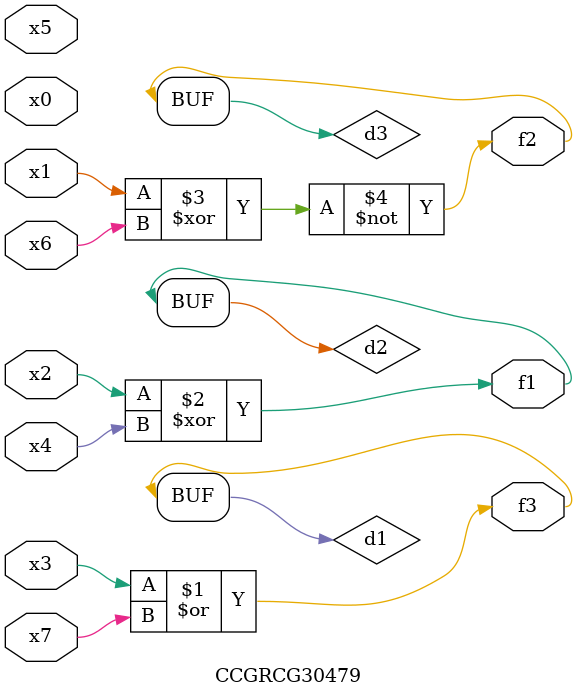
<source format=v>
module CCGRCG30479(
	input x0, x1, x2, x3, x4, x5, x6, x7,
	output f1, f2, f3
);

	wire d1, d2, d3;

	or (d1, x3, x7);
	xor (d2, x2, x4);
	xnor (d3, x1, x6);
	assign f1 = d2;
	assign f2 = d3;
	assign f3 = d1;
endmodule

</source>
